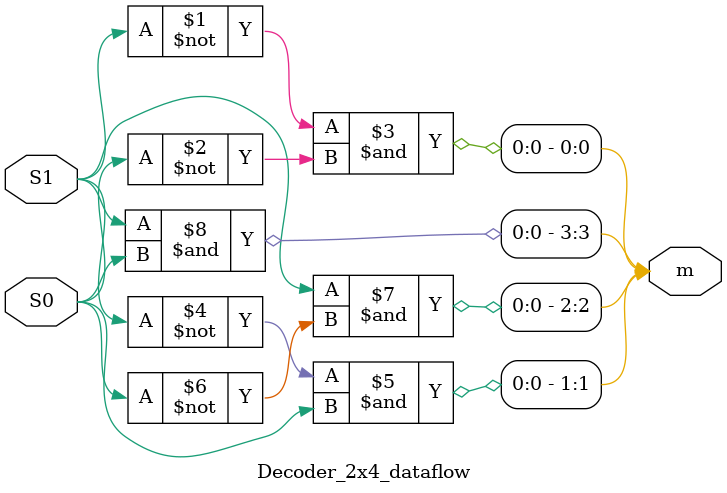
<source format=v>
/********************************************************************************************
Filename    :      Decoder_2x4_dataflow.v
Description :      2:4 Decoder RTL
Author Name :      Sajeel Abid Parray
Language    :      Verilog HDL
Project     :      2:4 Decoder
Date        :      30-November-2025
*********************************************************************************************/
module Decoder_2x4_dataflow (

input S0, S1,
output [3:0] m  );

assign m[0] = ~S1 & ~S0; // Output 0 is high when S1S0 = 00
assign m[1] = ~S1 & S0;  // Output 1 is high when S1S0 = 01
assign m[2] = S1 & ~S0;  // Output 2 is high when S1S0 = 10
assign m[3] = S1 & S0;   // Output 3 is high when S1S0 = 11

endmodule



</source>
